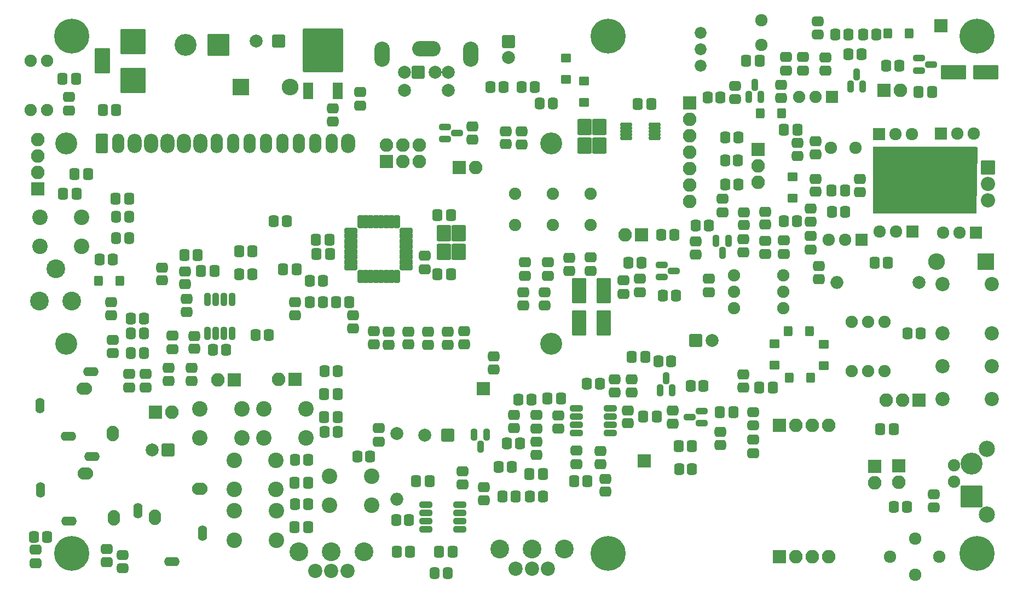
<source format=gbr>
%TF.GenerationSoftware,KiCad,Pcbnew,(6.0.11)*%
%TF.CreationDate,2023-06-06T23:57:56-05:00*%
%TF.ProjectId,RFBitBangSMT,52464269-7442-4616-9e67-534d542e6b69,rev?*%
%TF.SameCoordinates,Original*%
%TF.FileFunction,Soldermask,Top*%
%TF.FilePolarity,Negative*%
%FSLAX46Y46*%
G04 Gerber Fmt 4.6, Leading zero omitted, Abs format (unit mm)*
G04 Created by KiCad (PCBNEW (6.0.11)) date 2023-06-06 23:57:56*
%MOMM*%
%LPD*%
G01*
G04 APERTURE LIST*
G04 Aperture macros list*
%AMRoundRect*
0 Rectangle with rounded corners*
0 $1 Rounding radius*
0 $2 $3 $4 $5 $6 $7 $8 $9 X,Y pos of 4 corners*
0 Add a 4 corners polygon primitive as box body*
4,1,4,$2,$3,$4,$5,$6,$7,$8,$9,$2,$3,0*
0 Add four circle primitives for the rounded corners*
1,1,$1+$1,$2,$3*
1,1,$1+$1,$4,$5*
1,1,$1+$1,$6,$7*
1,1,$1+$1,$8,$9*
0 Add four rect primitives between the rounded corners*
20,1,$1+$1,$2,$3,$4,$5,0*
20,1,$1+$1,$4,$5,$6,$7,0*
20,1,$1+$1,$6,$7,$8,$9,0*
20,1,$1+$1,$8,$9,$2,$3,0*%
G04 Aperture macros list end*
%ADD10RoundRect,0.450000X-0.475000X0.337500X-0.475000X-0.337500X0.475000X-0.337500X0.475000X0.337500X0*%
%ADD11RoundRect,0.450000X0.337500X0.475000X-0.337500X0.475000X-0.337500X-0.475000X0.337500X-0.475000X0*%
%ADD12RoundRect,0.450000X-0.337500X-0.475000X0.337500X-0.475000X0.337500X0.475000X-0.337500X0.475000X0*%
%ADD13RoundRect,0.200000X-0.800000X0.800000X-0.800000X-0.800000X0.800000X-0.800000X0.800000X0.800000X0*%
%ADD14C,2.000000*%
%ADD15RoundRect,0.450000X0.475000X-0.337500X0.475000X0.337500X-0.475000X0.337500X-0.475000X-0.337500X0*%
%ADD16RoundRect,0.200000X0.800000X0.800000X-0.800000X0.800000X-0.800000X-0.800000X0.800000X-0.800000X0*%
%ADD17RoundRect,0.200000X-1.100000X-1.100000X1.100000X-1.100000X1.100000X1.100000X-1.100000X1.100000X0*%
%ADD18O,2.600000X2.600000*%
%ADD19RoundRect,0.200000X-0.450000X-0.600000X0.450000X-0.600000X0.450000X0.600000X-0.450000X0.600000X0*%
%ADD20RoundRect,0.450000X-0.325000X-0.450000X0.325000X-0.450000X0.325000X0.450000X-0.325000X0.450000X0*%
%ADD21RoundRect,0.200000X-0.900000X1.750000X-0.900000X-1.750000X0.900000X-1.750000X0.900000X1.750000X0*%
%ADD22RoundRect,0.200000X1.500000X1.500000X-1.500000X1.500000X-1.500000X-1.500000X1.500000X-1.500000X0*%
%ADD23C,3.400000*%
%ADD24RoundRect,0.200000X-1.750000X1.750000X-1.750000X-1.750000X1.750000X-1.750000X1.750000X1.750000X0*%
%ADD25RoundRect,0.200000X-1.000000X1.750000X-1.000000X-1.750000X1.000000X-1.750000X1.000000X1.750000X0*%
%ADD26RoundRect,0.200000X0.850000X0.850000X-0.850000X0.850000X-0.850000X-0.850000X0.850000X-0.850000X0*%
%ADD27O,2.100000X2.100000*%
%ADD28RoundRect,0.450000X-0.450000X0.325000X-0.450000X-0.325000X0.450000X-0.325000X0.450000X0.325000X0*%
%ADD29RoundRect,0.350000X0.587500X0.150000X-0.587500X0.150000X-0.587500X-0.150000X0.587500X-0.150000X0*%
%ADD30RoundRect,0.350000X-0.587500X-0.150000X0.587500X-0.150000X0.587500X0.150000X-0.587500X0.150000X0*%
%ADD31RoundRect,0.200000X0.760000X-0.760000X0.760000X0.760000X-0.760000X0.760000X-0.760000X-0.760000X0*%
%ADD32C,1.920000*%
%ADD33RoundRect,0.350000X-0.150000X0.587500X-0.150000X-0.587500X0.150000X-0.587500X0.150000X0.587500X0*%
%ADD34C,2.400000*%
%ADD35RoundRect,0.200000X0.600000X-1.100000X0.600000X1.100000X-0.600000X1.100000X-0.600000X-1.100000X0*%
%ADD36RoundRect,0.200000X2.900000X-3.200000X2.900000X3.200000X-2.900000X3.200000X-2.900000X-3.200000X0*%
%ADD37RoundRect,0.200000X-0.900000X1.050000X-0.900000X-1.050000X0.900000X-1.050000X0.900000X1.050000X0*%
%ADD38C,1.900000*%
%ADD39RoundRect,0.200000X0.800000X0.275000X-0.800000X0.275000X-0.800000X-0.275000X0.800000X-0.275000X0*%
%ADD40RoundRect,0.200000X-0.275000X0.800000X-0.275000X-0.800000X0.275000X-0.800000X0.275000X0.800000X0*%
%ADD41RoundRect,0.200000X0.850000X-0.850000X0.850000X0.850000X-0.850000X0.850000X-0.850000X-0.850000X0*%
%ADD42RoundRect,0.350000X0.675000X0.150000X-0.675000X0.150000X-0.675000X-0.150000X0.675000X-0.150000X0*%
%ADD43RoundRect,0.200000X-0.760000X0.760000X-0.760000X-0.760000X0.760000X-0.760000X0.760000X0.760000X0*%
%ADD44C,2.900000*%
%ADD45RoundRect,0.450000X-0.350000X-0.450000X0.350000X-0.450000X0.350000X0.450000X-0.350000X0.450000X0*%
%ADD46RoundRect,0.450000X0.450000X-0.350000X0.450000X0.350000X-0.450000X0.350000X-0.450000X-0.350000X0*%
%ADD47RoundRect,0.450000X-0.450000X0.350000X-0.450000X-0.350000X0.450000X-0.350000X0.450000X0.350000X0*%
%ADD48RoundRect,0.450000X0.350000X0.450000X-0.350000X0.450000X-0.350000X-0.450000X0.350000X-0.450000X0*%
%ADD49RoundRect,0.200000X-0.850000X-0.850000X0.850000X-0.850000X0.850000X0.850000X-0.850000X0.850000X0*%
%ADD50RoundRect,0.200000X0.600000X-0.450000X0.600000X0.450000X-0.600000X0.450000X-0.600000X-0.450000X0*%
%ADD51RoundRect,0.200000X-0.700000X-0.150000X0.700000X-0.150000X0.700000X0.150000X-0.700000X0.150000X0*%
%ADD52RoundRect,0.200000X0.900000X-1.050000X0.900000X1.050000X-0.900000X1.050000X-0.900000X-1.050000X0*%
%ADD53C,2.500000*%
%ADD54RoundRect,0.200000X1.500000X-1.500000X1.500000X1.500000X-1.500000X1.500000X-1.500000X-1.500000X0*%
%ADD55C,2.200000*%
%ADD56RoundRect,0.200000X-0.600000X0.450000X-0.600000X-0.450000X0.600000X-0.450000X0.600000X0.450000X0*%
%ADD57RoundRect,0.200000X0.450000X0.600000X-0.450000X0.600000X-0.450000X-0.600000X0.450000X-0.600000X0*%
%ADD58RoundRect,0.350000X0.150000X-0.587500X0.150000X0.587500X-0.150000X0.587500X-0.150000X-0.587500X0*%
%ADD59RoundRect,0.200000X-0.800000X-0.800000X0.800000X-0.800000X0.800000X0.800000X-0.800000X0.800000X0*%
%ADD60C,1.924000*%
%ADD61RoundRect,0.200000X-0.850000X0.850000X-0.850000X-0.850000X0.850000X-0.850000X0.850000X0.850000X0*%
%ADD62O,2.400000X3.900000*%
%ADD63O,4.400000X2.400000*%
%ADD64C,3.448000*%
%ADD65RoundRect,0.450000X0.450000X-0.325000X0.450000X0.325000X-0.450000X0.325000X-0.450000X-0.325000X0*%
%ADD66C,1.840000*%
%ADD67C,5.400000*%
%ADD68RoundRect,0.200000X1.100000X1.100000X-1.100000X1.100000X-1.100000X-1.100000X1.100000X-1.100000X0*%
%ADD69O,2.000000X2.000000*%
%ADD70RoundRect,0.200000X-0.900000X0.900000X-0.900000X-0.900000X0.900000X-0.900000X0.900000X0.900000X0*%
%ADD71O,2.200000X2.200000*%
%ADD72RoundRect,0.200000X-1.750000X-0.900000X1.750000X-0.900000X1.750000X0.900000X-1.750000X0.900000X0*%
%ADD73O,1.400000X2.400000*%
%ADD74O,2.400000X1.400000*%
%ADD75O,2.400000X1.900000*%
%ADD76O,1.900000X2.400000*%
%ADD77RoundRect,0.350000X0.150000X-0.675000X0.150000X0.675000X-0.150000X0.675000X-0.150000X-0.675000X0*%
%ADD78RoundRect,0.450000X0.325000X0.450000X-0.325000X0.450000X-0.325000X-0.450000X0.325000X-0.450000X0*%
%ADD79RoundRect,0.200000X0.750000X0.750000X-0.750000X0.750000X-0.750000X-0.750000X0.750000X-0.750000X0*%
%ADD80RoundRect,0.200000X-0.750000X-1.300000X0.750000X-1.300000X0.750000X1.300000X-0.750000X1.300000X0*%
%ADD81O,1.900000X3.000000*%
%ADD82O,2.200000X3.000000*%
G04 APERTURE END LIST*
D10*
%TO.C,C1*%
X100076000Y-94445000D03*
X100076000Y-96520000D03*
%TD*%
D11*
%TO.C,C2*%
X48027500Y-81788000D03*
X45952500Y-81788000D03*
%TD*%
D12*
%TO.C,C4*%
X52302500Y-85598000D03*
X54377500Y-85598000D03*
%TD*%
%TO.C,C5*%
X44174500Y-84836000D03*
X46249500Y-84836000D03*
%TD*%
D13*
%TO.C,C6*%
X113030000Y-61297500D03*
D14*
X113030000Y-63797500D03*
%TD*%
D12*
%TO.C,C8*%
X102086500Y-97282000D03*
X104161500Y-97282000D03*
%TD*%
%TO.C,C9*%
X102065000Y-88138000D03*
X104140000Y-88138000D03*
%TD*%
D11*
%TO.C,C10*%
X82063500Y-129540000D03*
X79988500Y-129540000D03*
%TD*%
%TO.C,C11*%
X82063500Y-136398000D03*
X79988500Y-136398000D03*
%TD*%
D15*
%TO.C,C12*%
X119126000Y-97557500D03*
X119126000Y-95482500D03*
%TD*%
%TO.C,C13*%
X115570000Y-97536000D03*
X115570000Y-95461000D03*
%TD*%
D11*
%TO.C,C15*%
X97850000Y-140230000D03*
X95775000Y-140230000D03*
%TD*%
%TO.C,C16*%
X86614000Y-115824000D03*
X84539000Y-115824000D03*
%TD*%
%TO.C,C17*%
X86635500Y-119380000D03*
X84560500Y-119380000D03*
%TD*%
D16*
%TO.C,C19*%
X60420000Y-124440000D03*
D14*
X57920000Y-124440000D03*
%TD*%
D15*
%TO.C,C20*%
X159766000Y-93493500D03*
X159766000Y-91418500D03*
%TD*%
%TO.C,C21*%
X130810000Y-100351500D03*
X130810000Y-98276500D03*
%TD*%
D10*
%TO.C,C22*%
X133350000Y-98022500D03*
X133350000Y-100097500D03*
%TD*%
%TO.C,C25*%
X123550000Y-124602500D03*
X123550000Y-126677500D03*
%TD*%
D11*
%TO.C,C33*%
X80285500Y-96520000D03*
X78210500Y-96520000D03*
%TD*%
%TO.C,C34*%
X114170000Y-131690000D03*
X112095000Y-131690000D03*
%TD*%
D10*
%TO.C,C35*%
X117370000Y-119080000D03*
X117370000Y-121155000D03*
%TD*%
D17*
%TO.C,D1*%
X71650000Y-68330000D03*
D18*
X79270000Y-68330000D03*
%TD*%
D19*
%TO.C,D2*%
X49658000Y-98298000D03*
X52958000Y-98298000D03*
%TD*%
D20*
%TO.C,D3*%
X101582000Y-143510000D03*
X103632000Y-143510000D03*
%TD*%
D21*
%TO.C,D4*%
X127762000Y-99862000D03*
X127762000Y-104862000D03*
%TD*%
%TO.C,D5*%
X123952000Y-99862000D03*
X123952000Y-104862000D03*
%TD*%
D22*
%TO.C,J1*%
X68195000Y-61835000D03*
D23*
X63115000Y-61835000D03*
%TD*%
D24*
%TO.C,J2*%
X54955000Y-67305000D03*
X54955000Y-61305000D03*
D25*
X50255000Y-64305000D03*
%TD*%
D26*
%TO.C,J5*%
X40220000Y-84090000D03*
D27*
X40220000Y-81550000D03*
X40220000Y-79010000D03*
X40220000Y-76470000D03*
%TD*%
D20*
%TO.C,L1*%
X52306000Y-88392000D03*
X54356000Y-88392000D03*
%TD*%
%TO.C,L2*%
X52315000Y-91694000D03*
X54365000Y-91694000D03*
%TD*%
D28*
%TO.C,L3*%
X118618000Y-100067000D03*
X118618000Y-102117000D03*
%TD*%
D20*
%TO.C,L9*%
X117856000Y-70866000D03*
X119906000Y-70866000D03*
%TD*%
D29*
%TO.C,Q1*%
X142923500Y-120330000D03*
X142923500Y-118430000D03*
X141048500Y-119380000D03*
%TD*%
D30*
%TO.C,Q2*%
X136730500Y-95824000D03*
X136730500Y-97724000D03*
X138605500Y-96774000D03*
%TD*%
D31*
%TO.C,Q3*%
X170350000Y-75630000D03*
D32*
X172890000Y-75630000D03*
X175430000Y-75630000D03*
%TD*%
D33*
%TO.C,Q4*%
X109650000Y-122122500D03*
X107750000Y-122122500D03*
X108700000Y-123997500D03*
%TD*%
D34*
%TO.C,SW1*%
X40550000Y-93020000D03*
X47050000Y-93020000D03*
X40550000Y-88520000D03*
X47050000Y-88520000D03*
%TD*%
%TO.C,SW2*%
X77100000Y-126080000D03*
X70600000Y-126080000D03*
X77100000Y-130580000D03*
X70600000Y-130580000D03*
%TD*%
%TO.C,SW3*%
X71778000Y-118110000D03*
X65278000Y-118110000D03*
X65278000Y-122610000D03*
X71778000Y-122610000D03*
%TD*%
%TO.C,SW4*%
X75184000Y-118110000D03*
X81684000Y-118110000D03*
X81684000Y-122610000D03*
X75184000Y-122610000D03*
%TD*%
%TO.C,SW5*%
X77130000Y-133910000D03*
X70630000Y-133910000D03*
X77130000Y-138410000D03*
X70630000Y-138410000D03*
%TD*%
D35*
%TO.C,U2*%
X82048000Y-68935000D03*
D36*
X84328000Y-62635000D03*
D35*
X86608000Y-68935000D03*
%TD*%
D37*
%TO.C,Y1*%
X103050000Y-90930000D03*
X103050000Y-93830000D03*
X105350000Y-93830000D03*
X105350000Y-90930000D03*
%TD*%
D38*
%TO.C,Y2*%
X125730000Y-84836000D03*
X125730000Y-89716000D03*
%TD*%
D39*
%TO.C,U1*%
X97208000Y-96204000D03*
X97208000Y-95404000D03*
X97208000Y-94604000D03*
X97208000Y-93804000D03*
X97208000Y-93004000D03*
X97208000Y-92204000D03*
X97208000Y-91404000D03*
X97208000Y-90604000D03*
D40*
X95758000Y-89154000D03*
X94958000Y-89154000D03*
X94158000Y-89154000D03*
X93358000Y-89154000D03*
X92558000Y-89154000D03*
X91758000Y-89154000D03*
X90958000Y-89154000D03*
X90158000Y-89154000D03*
D39*
X88708000Y-90604000D03*
X88708000Y-91404000D03*
X88708000Y-92204000D03*
X88708000Y-93004000D03*
X88708000Y-93804000D03*
X88708000Y-94604000D03*
X88708000Y-95404000D03*
X88708000Y-96204000D03*
D40*
X90158000Y-97654000D03*
X90958000Y-97654000D03*
X91758000Y-97654000D03*
X92558000Y-97654000D03*
X93358000Y-97654000D03*
X94158000Y-97654000D03*
X94958000Y-97654000D03*
X95758000Y-97654000D03*
%TD*%
D41*
%TO.C,J9*%
X94130000Y-79900000D03*
D27*
X94130000Y-77360000D03*
X96670000Y-79900000D03*
X96670000Y-77360000D03*
X99210000Y-79900000D03*
X99210000Y-77360000D03*
%TD*%
D15*
%TO.C,C37*%
X105918000Y-129837000D03*
X105918000Y-127762000D03*
%TD*%
D42*
%TO.C,U3*%
X105495000Y-136779000D03*
X105495000Y-135509000D03*
X105495000Y-134239000D03*
X105495000Y-132969000D03*
X100245000Y-132969000D03*
X100245000Y-134239000D03*
X100245000Y-135509000D03*
X100245000Y-136779000D03*
%TD*%
%TO.C,U4*%
X128825000Y-121885000D03*
X128825000Y-120615000D03*
X128825000Y-119345000D03*
X128825000Y-118075000D03*
X123575000Y-118075000D03*
X123575000Y-119345000D03*
X123575000Y-120615000D03*
X123575000Y-121885000D03*
%TD*%
D43*
%TO.C,Q5*%
X185340000Y-90830000D03*
D32*
X182800000Y-90830000D03*
X180260000Y-90830000D03*
%TD*%
D43*
%TO.C,Q6*%
X175560000Y-90680000D03*
D32*
X173020000Y-90680000D03*
X170480000Y-90680000D03*
%TD*%
D31*
%TO.C,Q7*%
X179960000Y-75520000D03*
D32*
X182500000Y-75520000D03*
X185040000Y-75520000D03*
%TD*%
D10*
%TO.C,C14*%
X162090000Y-63752500D03*
X162090000Y-65827500D03*
%TD*%
D44*
%TO.C,RV3*%
X40520000Y-101455000D03*
X43020000Y-96415000D03*
X45520000Y-101455000D03*
%TD*%
D11*
%TO.C,C42*%
X52387500Y-71930000D03*
X50312500Y-71930000D03*
%TD*%
D41*
%TO.C,JP3*%
X105410000Y-80772000D03*
D27*
X107950000Y-80772000D03*
%TD*%
D45*
%TO.C,R1*%
X49800000Y-94996000D03*
X51800000Y-94996000D03*
%TD*%
D46*
%TO.C,R2*%
X85852000Y-73660000D03*
X85852000Y-71660000D03*
%TD*%
%TO.C,R3*%
X100584000Y-108188000D03*
X100584000Y-106188000D03*
%TD*%
D47*
%TO.C,R4*%
X127260000Y-124690000D03*
X127260000Y-126690000D03*
%TD*%
D45*
%TO.C,R6*%
X80026000Y-125984000D03*
X82026000Y-125984000D03*
%TD*%
D46*
%TO.C,R7*%
X115316000Y-102092000D03*
X115316000Y-100092000D03*
%TD*%
D45*
%TO.C,R8*%
X165624000Y-63246000D03*
X167624000Y-63246000D03*
%TD*%
D46*
%TO.C,R9*%
X122428000Y-96758000D03*
X122428000Y-94758000D03*
%TD*%
D45*
%TO.C,R11*%
X95670000Y-135360000D03*
X97670000Y-135360000D03*
%TD*%
%TO.C,R12*%
X84598000Y-112268000D03*
X86598000Y-112268000D03*
%TD*%
%TO.C,R13*%
X84598000Y-121666000D03*
X86598000Y-121666000D03*
%TD*%
D47*
%TO.C,R14*%
X155194000Y-68002400D03*
X155194000Y-70002400D03*
%TD*%
D48*
%TO.C,R15*%
X138668000Y-91186000D03*
X136668000Y-91186000D03*
%TD*%
D45*
%TO.C,R16*%
X131604000Y-95504000D03*
X133604000Y-95504000D03*
%TD*%
D48*
%TO.C,R17*%
X138938000Y-100584000D03*
X136938000Y-100584000D03*
%TD*%
D46*
%TO.C,R18*%
X129510000Y-115560000D03*
X129510000Y-113560000D03*
%TD*%
%TO.C,R19*%
X132140000Y-115600000D03*
X132140000Y-113600000D03*
%TD*%
D48*
%TO.C,R20*%
X157667200Y-89128600D03*
X155667200Y-89128600D03*
%TD*%
D47*
%TO.C,R21*%
X149352000Y-112808000D03*
X149352000Y-114808000D03*
%TD*%
D46*
%TO.C,R23*%
X113910000Y-121100000D03*
X113910000Y-119100000D03*
%TD*%
D48*
%TO.C,R26*%
X116610000Y-116690000D03*
X114610000Y-116690000D03*
%TD*%
D45*
%TO.C,R27*%
X112790000Y-123430000D03*
X114790000Y-123430000D03*
%TD*%
D46*
%TO.C,R29*%
X97536000Y-108170000D03*
X97536000Y-106170000D03*
%TD*%
%TO.C,R30*%
X94488000Y-108188000D03*
X94488000Y-106188000D03*
%TD*%
%TO.C,R31*%
X109220000Y-132270000D03*
X109220000Y-130270000D03*
%TD*%
D48*
%TO.C,R32*%
X113540000Y-127120000D03*
X111540000Y-127120000D03*
%TD*%
D45*
%TO.C,R33*%
X80026000Y-132842000D03*
X82026000Y-132842000D03*
%TD*%
D48*
%TO.C,R34*%
X118390000Y-131690000D03*
X116390000Y-131690000D03*
%TD*%
D46*
%TO.C,R36*%
X117348000Y-125222000D03*
X117348000Y-123222000D03*
%TD*%
%TO.C,R37*%
X128010000Y-130950000D03*
X128010000Y-128950000D03*
%TD*%
%TO.C,R46*%
X106172000Y-108150000D03*
X106172000Y-106150000D03*
%TD*%
%TO.C,R47*%
X103632000Y-108188000D03*
X103632000Y-106188000D03*
%TD*%
D47*
%TO.C,R24*%
X110744000Y-110014000D03*
X110744000Y-112014000D03*
%TD*%
D15*
%TO.C,C44*%
X45060000Y-71987500D03*
X45060000Y-69912500D03*
%TD*%
D49*
%TO.C,JP4*%
X169660000Y-126990000D03*
D27*
X169660000Y-129530000D03*
%TD*%
D11*
%TO.C,C47*%
X135128000Y-70930000D03*
X133053000Y-70930000D03*
%TD*%
D50*
%TO.C,D10*%
X121958000Y-67182000D03*
X121958000Y-63882000D03*
%TD*%
%TO.C,D14*%
X124768000Y-70688000D03*
X124768000Y-67388000D03*
%TD*%
D49*
%TO.C,JP5*%
X151670000Y-77990000D03*
D27*
X151670000Y-80530000D03*
X151670000Y-83070000D03*
%TD*%
D46*
%TO.C,R35*%
X115062000Y-77200000D03*
X115062000Y-75200000D03*
%TD*%
%TO.C,R48*%
X112650000Y-77180000D03*
X112650000Y-75180000D03*
%TD*%
D45*
%TO.C,R49*%
X146580000Y-76150000D03*
X148580000Y-76150000D03*
%TD*%
%TO.C,R50*%
X146570000Y-79710000D03*
X148570000Y-79710000D03*
%TD*%
D51*
%TO.C,U6*%
X131220000Y-74180000D03*
X131220000Y-74680000D03*
X131220000Y-75180000D03*
X131220000Y-75680000D03*
X131220000Y-76180000D03*
X135620000Y-76180000D03*
X135620000Y-75680000D03*
X135620000Y-75180000D03*
X135620000Y-74680000D03*
X135620000Y-74180000D03*
%TD*%
D52*
%TO.C,Y3*%
X127134000Y-77396000D03*
X127134000Y-74496000D03*
X124834000Y-74496000D03*
X124834000Y-77396000D03*
%TD*%
D53*
%TO.C,J12*%
X187025000Y-134505000D03*
X187025000Y-124345000D03*
D38*
X181945000Y-129425000D03*
D54*
X184673000Y-131711000D03*
D38*
X181945000Y-126885000D03*
D23*
X184673000Y-126631000D03*
%TD*%
D55*
%TO.C,RLY1*%
X187775000Y-98845000D03*
X187775000Y-106465000D03*
X187775000Y-111545000D03*
X187775000Y-116625000D03*
X180175000Y-98845000D03*
X180175000Y-106465000D03*
X180175000Y-111545000D03*
X180175000Y-116625000D03*
%TD*%
D15*
%TO.C,C30*%
X144070000Y-100077500D03*
X144070000Y-98002500D03*
%TD*%
D56*
%TO.C,D9*%
X161852000Y-108124000D03*
X161852000Y-111424000D03*
%TD*%
D19*
%TO.C,D11*%
X156320000Y-106120000D03*
X159620000Y-106120000D03*
%TD*%
D57*
%TO.C,D12*%
X159766000Y-113284000D03*
X156466000Y-113284000D03*
%TD*%
D50*
%TO.C,D13*%
X154178000Y-111378000D03*
X154178000Y-108078000D03*
%TD*%
D46*
%TO.C,R5*%
X141990000Y-94240000D03*
X141990000Y-92240000D03*
%TD*%
D47*
%TO.C,R22*%
X145796000Y-121682000D03*
X145796000Y-123682000D03*
%TD*%
D48*
%TO.C,R25*%
X176768000Y-106426000D03*
X174768000Y-106426000D03*
%TD*%
D58*
%TO.C,Q8*%
X165928000Y-68247500D03*
X167828000Y-68247500D03*
X166878000Y-66372500D03*
%TD*%
D45*
%TO.C,R38*%
X167910000Y-60198000D03*
X169910000Y-60198000D03*
%TD*%
D48*
%TO.C,R39*%
X173466000Y-65024000D03*
X171466000Y-65024000D03*
%TD*%
D41*
%TO.C,JP1*%
X171151000Y-68834000D03*
D27*
X173691000Y-68834000D03*
%TD*%
D11*
%TO.C,C39*%
X125265000Y-129286000D03*
X123190000Y-129286000D03*
%TD*%
D59*
%TO.C,C40*%
X142020000Y-107560000D03*
D14*
X144520000Y-107560000D03*
%TD*%
D49*
%TO.C,JP2*%
X173430000Y-126910000D03*
D27*
X173430000Y-129450000D03*
%TD*%
D60*
%TO.C,T3*%
X172085000Y-140970000D03*
X179705000Y-140970000D03*
X175958500Y-143764000D03*
X175958500Y-138176000D03*
%TD*%
D28*
%TO.C,D16*%
X178850000Y-131360000D03*
X178850000Y-133410000D03*
%TD*%
D48*
%TO.C,R28*%
X174660000Y-133250000D03*
X172660000Y-133250000D03*
%TD*%
D56*
%TO.C,D17*%
X156972000Y-82271600D03*
X156972000Y-85571600D03*
%TD*%
D43*
%TO.C,Q9*%
X167640000Y-91948000D03*
D32*
X165100000Y-91948000D03*
X162560000Y-91948000D03*
%TD*%
D12*
%TO.C,C46*%
X149838500Y-64262000D03*
X151913500Y-64262000D03*
%TD*%
D48*
%TO.C,R51*%
X165084000Y-87630000D03*
X163084000Y-87630000D03*
%TD*%
D47*
%TO.C,R52*%
X159766000Y-87138000D03*
X159766000Y-89138000D03*
%TD*%
D15*
%TO.C,C24*%
X155956000Y-65807500D03*
X155956000Y-63732500D03*
%TD*%
D46*
%TO.C,R53*%
X160528000Y-78724000D03*
X160528000Y-76724000D03*
%TD*%
D11*
%TO.C,C49*%
X147849500Y-118618000D03*
X145774500Y-118618000D03*
%TD*%
%TO.C,C50*%
X141450000Y-123870000D03*
X139375000Y-123870000D03*
%TD*%
D15*
%TO.C,C51*%
X152750000Y-94205000D03*
X152750000Y-92130000D03*
%TD*%
D11*
%TO.C,C52*%
X134187500Y-110060000D03*
X132112500Y-110060000D03*
%TD*%
%TO.C,C54*%
X135987500Y-119330000D03*
X133912500Y-119330000D03*
%TD*%
D10*
%TO.C,C55*%
X146120000Y-85632500D03*
X146120000Y-87707500D03*
%TD*%
D15*
%TO.C,C56*%
X155651200Y-94157800D03*
X155651200Y-92082800D03*
%TD*%
D61*
%TO.C,JP7*%
X176560000Y-116780000D03*
D27*
X174020000Y-116780000D03*
X171480000Y-116780000D03*
%TD*%
D28*
%TO.C,L5*%
X150876000Y-118609000D03*
X150876000Y-120659000D03*
%TD*%
D33*
%TO.C,Q10*%
X147070000Y-92142500D03*
X145170000Y-92142500D03*
X146120000Y-94017500D03*
%TD*%
D58*
%TO.C,Q11*%
X136464000Y-115237500D03*
X138364000Y-115237500D03*
X137414000Y-113362500D03*
%TD*%
%TO.C,Q12*%
X150180000Y-69907500D03*
X152080000Y-69907500D03*
X151130000Y-68032500D03*
%TD*%
D30*
%TO.C,Q13*%
X176572500Y-63900000D03*
X176572500Y-65800000D03*
X178447500Y-64850000D03*
%TD*%
D47*
%TO.C,R54*%
X152750000Y-87640000D03*
X152750000Y-89640000D03*
%TD*%
D46*
%TO.C,R55*%
X149500000Y-89700000D03*
X149500000Y-87700000D03*
%TD*%
D47*
%TO.C,R56*%
X149360000Y-91900000D03*
X149360000Y-93900000D03*
%TD*%
D45*
%TO.C,R57*%
X141224000Y-114554000D03*
X143224000Y-114554000D03*
%TD*%
D48*
%TO.C,R58*%
X141430000Y-127470000D03*
X139430000Y-127470000D03*
%TD*%
%TO.C,R59*%
X144010000Y-89780000D03*
X142010000Y-89780000D03*
%TD*%
D47*
%TO.C,R60*%
X138430000Y-118380000D03*
X138430000Y-120380000D03*
%TD*%
D48*
%TO.C,R61*%
X138240000Y-110800000D03*
X136240000Y-110800000D03*
%TD*%
D45*
%TO.C,R62*%
X125190000Y-114260000D03*
X127190000Y-114260000D03*
%TD*%
D46*
%TO.C,R63*%
X131520000Y-120370000D03*
X131520000Y-118370000D03*
%TD*%
D48*
%TO.C,R65*%
X145830000Y-69920000D03*
X143830000Y-69920000D03*
%TD*%
D47*
%TO.C,R66*%
X161036000Y-96028000D03*
X161036000Y-98028000D03*
%TD*%
D46*
%TO.C,R67*%
X160528000Y-84550000D03*
X160528000Y-82550000D03*
%TD*%
D48*
%TO.C,R68*%
X148580000Y-83400000D03*
X146580000Y-83400000D03*
%TD*%
D38*
%TO.C,Y4*%
X119888000Y-84836000D03*
X119888000Y-89716000D03*
%TD*%
D16*
%TO.C,P1*%
X99075000Y-66075000D03*
D14*
X101675000Y-66075000D03*
X96975000Y-66075000D03*
X103775000Y-66075000D03*
X96975000Y-68875000D03*
X103775000Y-68875000D03*
D62*
X93525000Y-63225000D03*
X107225000Y-63225000D03*
D63*
X100375000Y-62425000D03*
%TD*%
D45*
%TO.C,R64*%
X110268000Y-68326000D03*
X112268000Y-68326000D03*
%TD*%
D48*
%TO.C,R70*%
X117078000Y-68326000D03*
X115078000Y-68326000D03*
%TD*%
D10*
%TO.C,C43*%
X150876000Y-122914500D03*
X150876000Y-124989500D03*
%TD*%
D64*
%TO.C,J13*%
X177600000Y-83200000D03*
%TD*%
D65*
%TO.C,D19*%
X160880000Y-60207000D03*
X160880000Y-58157000D03*
%TD*%
D48*
%TO.C,R71*%
X165640000Y-60198000D03*
X163640000Y-60198000D03*
%TD*%
D12*
%TO.C,C32*%
X169692500Y-95504000D03*
X171767500Y-95504000D03*
%TD*%
D30*
%TO.C,Q14*%
X103202500Y-74530000D03*
X103202500Y-76430000D03*
X105077500Y-75480000D03*
%TD*%
D47*
%TO.C,R72*%
X107442000Y-74438000D03*
X107442000Y-76438000D03*
%TD*%
D11*
%TO.C,C38*%
X157755500Y-74930000D03*
X155680500Y-74930000D03*
%TD*%
D47*
%TO.C,R73*%
X157734000Y-76978000D03*
X157734000Y-78978000D03*
%TD*%
D66*
%TO.C,RV4*%
X142790000Y-59940000D03*
X142790000Y-62480000D03*
X142790000Y-65020000D03*
%TD*%
D47*
%TO.C,R74*%
X167386000Y-82566000D03*
X167386000Y-84566000D03*
%TD*%
D65*
%TO.C,L11*%
X148082000Y-70225000D03*
X148082000Y-68175000D03*
%TD*%
D67*
%TO.C,J3*%
X45500000Y-60500000D03*
%TD*%
%TO.C,J4*%
X185500000Y-60500000D03*
%TD*%
%TO.C,J6*%
X185500000Y-140500000D03*
%TD*%
%TO.C,J7*%
X45500000Y-140500000D03*
%TD*%
D12*
%TO.C,C41*%
X98784500Y-129286000D03*
X100859500Y-129286000D03*
%TD*%
D11*
%TO.C,C58*%
X46127500Y-67100000D03*
X44052500Y-67100000D03*
%TD*%
D38*
%TO.C,T4*%
X41656000Y-64262000D03*
X41656000Y-71882000D03*
X39116000Y-64262000D03*
X39116000Y-71882000D03*
%TD*%
%TO.C,Y5*%
X114046000Y-84836000D03*
X114046000Y-89716000D03*
%TD*%
D12*
%TO.C,C27*%
X151849000Y-114808000D03*
X153924000Y-114808000D03*
%TD*%
D68*
%TO.C,D6*%
X186880000Y-95330000D03*
D18*
X179260000Y-95330000D03*
%TD*%
D11*
%TO.C,C59*%
X85360000Y-91940000D03*
X83285000Y-91940000D03*
%TD*%
D47*
%TO.C,R76*%
X64450000Y-106840000D03*
X64450000Y-108840000D03*
%TD*%
D14*
%TO.C,R41*%
X176530000Y-98552000D03*
D69*
X163830000Y-98552000D03*
%TD*%
D12*
%TO.C,C7*%
X86362500Y-101660000D03*
X88437500Y-101660000D03*
%TD*%
D14*
%TO.C,L10*%
X95758000Y-121920000D03*
D69*
X95758000Y-132080000D03*
%TD*%
D49*
%TO.C,J14*%
X109190000Y-114970000D03*
%TD*%
%TO.C,J15*%
X134080000Y-126160000D03*
%TD*%
%TO.C,J16*%
X179900000Y-58900000D03*
%TD*%
D16*
%TO.C,C3*%
X77530000Y-61230000D03*
D14*
X74030000Y-61230000D03*
%TD*%
D60*
%TO.C,L4*%
X152146000Y-58039000D03*
X152146000Y-61849000D03*
%TD*%
%TO.C,L6*%
X162941000Y-77724000D03*
X166751000Y-77724000D03*
%TD*%
D38*
%TO.C,T1*%
X155560000Y-97500000D03*
X147940000Y-97500000D03*
X155560000Y-100040000D03*
X147940000Y-100040000D03*
X155560000Y-102580000D03*
X147940000Y-102580000D03*
%TD*%
%TO.C,T2*%
X171196000Y-112267997D03*
X171196000Y-104647997D03*
X168656000Y-112267997D03*
X168656000Y-104647997D03*
X166116000Y-112267997D03*
X166116000Y-104647997D03*
%TD*%
D70*
%TO.C,Q15*%
X187210000Y-80770000D03*
D71*
X187210000Y-83310000D03*
X187210000Y-85850000D03*
%TD*%
D11*
%TO.C,C57*%
X85447500Y-94130000D03*
X83372500Y-94130000D03*
%TD*%
%TO.C,C45*%
X121145000Y-116530000D03*
X119070000Y-116530000D03*
%TD*%
D12*
%TO.C,C18*%
X116312500Y-128190000D03*
X118387500Y-128190000D03*
%TD*%
%TO.C,C60*%
X102340500Y-140208000D03*
X104415500Y-140208000D03*
%TD*%
D47*
%TO.C,R10*%
X92240000Y-106140000D03*
X92240000Y-108140000D03*
%TD*%
D61*
%TO.C,JP8*%
X133609000Y-91186000D03*
D27*
X131069000Y-91186000D03*
%TD*%
D67*
%TO.C,J20*%
X128500000Y-60500000D03*
%TD*%
%TO.C,J21*%
X128500000Y-140500000D03*
%TD*%
D19*
%TO.C,D15*%
X171740000Y-60010000D03*
X175040000Y-60010000D03*
%TD*%
%TO.C,D18*%
X152020000Y-72390000D03*
X155320000Y-72390000D03*
%TD*%
D55*
%TO.C,RV1*%
X88160000Y-143190000D03*
D44*
X90660000Y-140190000D03*
D55*
X85660000Y-143190000D03*
D44*
X85660000Y-140190000D03*
D55*
X83160000Y-143190000D03*
D44*
X80660000Y-140190000D03*
%TD*%
%TO.C,RV2*%
X121660000Y-139840000D03*
D55*
X119160000Y-142840000D03*
D44*
X116660000Y-139840000D03*
D55*
X116660000Y-142840000D03*
X114160000Y-142840000D03*
D44*
X111660000Y-139840000D03*
%TD*%
D10*
%TO.C,C48*%
X125730000Y-94720500D03*
X125730000Y-96795500D03*
%TD*%
D72*
%TO.C,D8*%
X181890000Y-66040000D03*
X186890000Y-66040000D03*
%TD*%
D49*
%TO.C,J10*%
X141110000Y-70780000D03*
D27*
X141110000Y-73320000D03*
X141110000Y-75860000D03*
X141110000Y-78400000D03*
X141110000Y-80940000D03*
X141110000Y-83480000D03*
X141110000Y-86020000D03*
%TD*%
D10*
%TO.C,C61*%
X92964000Y-121136500D03*
X92964000Y-123211500D03*
%TD*%
D46*
%TO.C,R40*%
X88990000Y-105690000D03*
X88990000Y-103690000D03*
%TD*%
D48*
%TO.C,R75*%
X91660000Y-125480000D03*
X89660000Y-125480000D03*
%TD*%
D34*
%TO.C,SW6*%
X85344000Y-128524000D03*
X91844000Y-128524000D03*
X91844000Y-133024000D03*
X85344000Y-133024000D03*
%TD*%
D16*
%TO.C,C53*%
X103632000Y-122174000D03*
D14*
X100132000Y-122174000D03*
%TD*%
D41*
%TO.C,J17*%
X154940000Y-120650000D03*
D27*
X157480000Y-120650000D03*
X160020000Y-120650000D03*
X162560000Y-120650000D03*
%TD*%
D41*
%TO.C,J18*%
X154940000Y-140970000D03*
D27*
X157480000Y-140970000D03*
X160020000Y-140970000D03*
X162560000Y-140970000D03*
%TD*%
D11*
%TO.C,C26*%
X172657500Y-121240000D03*
X170582500Y-121240000D03*
%TD*%
D12*
%TO.C,C23*%
X163046500Y-84328000D03*
X165121500Y-84328000D03*
%TD*%
D73*
%TO.C,J19*%
X40562000Y-117602000D03*
D74*
X48462000Y-112402000D03*
D75*
X47462000Y-115002000D03*
D74*
X44962000Y-122402000D03*
D76*
X51862000Y-121902000D03*
%TD*%
D15*
%TO.C,C36*%
X39878000Y-142007500D03*
X39878000Y-139932500D03*
%TD*%
D48*
%TO.C,R80*%
X56626000Y-104140000D03*
X54626000Y-104140000D03*
%TD*%
D77*
%TO.C,U5*%
X66525000Y-106465000D03*
X67795000Y-106465000D03*
X69065000Y-106465000D03*
X70335000Y-106465000D03*
X70335000Y-101215000D03*
X69065000Y-101215000D03*
X67795000Y-101215000D03*
X66525000Y-101215000D03*
%TD*%
D11*
%TO.C,C69*%
X73449000Y-93726000D03*
X71374000Y-93726000D03*
%TD*%
D10*
%TO.C,C67*%
X54356000Y-112754500D03*
X54356000Y-114829500D03*
%TD*%
D78*
%TO.C,L12*%
X56651000Y-109474000D03*
X54601000Y-109474000D03*
%TD*%
D79*
%TO.C,Q16*%
X163068000Y-69850000D03*
D38*
X160528000Y-69850000D03*
X157988000Y-69850000D03*
%TD*%
D45*
%TO.C,R42*%
X39656000Y-137922000D03*
X41656000Y-137922000D03*
%TD*%
D46*
%TO.C,R77*%
X59436000Y-98266000D03*
X59436000Y-96266000D03*
%TD*%
D47*
%TO.C,R69*%
X64008000Y-111776000D03*
X64008000Y-113776000D03*
%TD*%
D23*
%TO.C,DS1*%
X44620900Y-77070000D03*
X44620900Y-108070700D03*
X119620000Y-77070000D03*
X119619480Y-108070700D03*
D80*
X50120000Y-77070000D03*
D81*
X52660000Y-77070000D03*
D82*
X55200000Y-77070000D03*
X57740000Y-77070000D03*
X60280000Y-77070000D03*
X62820000Y-77070000D03*
X65360000Y-77070000D03*
D81*
X67900000Y-77070000D03*
X70440000Y-77070000D03*
X72980000Y-77070000D03*
X75520000Y-77070000D03*
X78060000Y-77070000D03*
X80600000Y-77070000D03*
X83140000Y-77070000D03*
X85680000Y-77070000D03*
D82*
X88220000Y-77070000D03*
%TD*%
D46*
%TO.C,R43*%
X60452000Y-113776000D03*
X60452000Y-111776000D03*
%TD*%
%TO.C,R44*%
X63020000Y-98840000D03*
X63020000Y-96840000D03*
%TD*%
D15*
%TO.C,C63*%
X56896000Y-114829500D03*
X56896000Y-112754500D03*
%TD*%
D41*
%TO.C,J22*%
X58420000Y-118618000D03*
D27*
X60960000Y-118618000D03*
%TD*%
D61*
%TO.C,JP9*%
X80010000Y-113538000D03*
D27*
X77470000Y-113538000D03*
%TD*%
D28*
%TO.C,L7*%
X53370000Y-140735000D03*
X53370000Y-142785000D03*
%TD*%
D11*
%TO.C,C65*%
X67585500Y-96774000D03*
X65510500Y-96774000D03*
%TD*%
D48*
%TO.C,R81*%
X84328000Y-98298000D03*
X82328000Y-98298000D03*
%TD*%
%TO.C,R84*%
X84312000Y-101600000D03*
X82312000Y-101600000D03*
%TD*%
D74*
%TO.C,J8*%
X60960000Y-141776000D03*
D73*
X55760000Y-133876000D03*
D76*
X58360000Y-134876000D03*
D73*
X65760000Y-137376000D03*
D75*
X65260000Y-130476000D03*
%TD*%
D10*
%TO.C,C68*%
X51840000Y-107442500D03*
X51840000Y-109517500D03*
%TD*%
D45*
%TO.C,R83*%
X71390000Y-97282000D03*
X73390000Y-97282000D03*
%TD*%
D10*
%TO.C,C62*%
X50880000Y-139792500D03*
X50880000Y-141867500D03*
%TD*%
D47*
%TO.C,R85*%
X80010000Y-101632000D03*
X80010000Y-103632000D03*
%TD*%
D15*
%TO.C,C70*%
X90070000Y-71187500D03*
X90070000Y-69112500D03*
%TD*%
D48*
%TO.C,R79*%
X75930000Y-106680000D03*
X73930000Y-106680000D03*
%TD*%
D10*
%TO.C,C29*%
X158570000Y-63732500D03*
X158570000Y-65807500D03*
%TD*%
D61*
%TO.C,JP6*%
X70670000Y-113670000D03*
D27*
X68130000Y-113670000D03*
%TD*%
D73*
%TO.C,J11*%
X40689000Y-130683000D03*
D74*
X48589000Y-125483000D03*
D75*
X47589000Y-128083000D03*
D74*
X45089000Y-135483000D03*
D76*
X51989000Y-134983000D03*
%TD*%
D15*
%TO.C,C66*%
X61060000Y-108897500D03*
X61060000Y-106822500D03*
%TD*%
D47*
%TO.C,R45*%
X63246000Y-101108000D03*
X63246000Y-103108000D03*
%TD*%
D12*
%TO.C,C31*%
X176508500Y-69088000D03*
X178583500Y-69088000D03*
%TD*%
D20*
%TO.C,L8*%
X54601000Y-106426000D03*
X56651000Y-106426000D03*
%TD*%
D47*
%TO.C,R82*%
X51562000Y-101616000D03*
X51562000Y-103616000D03*
%TD*%
D10*
%TO.C,C28*%
X120740000Y-119112500D03*
X120740000Y-121187500D03*
%TD*%
D45*
%TO.C,R78*%
X67326000Y-108966000D03*
X69326000Y-108966000D03*
%TD*%
D11*
%TO.C,C64*%
X64995000Y-94310000D03*
X62920000Y-94310000D03*
%TD*%
D45*
%TO.C,R86*%
X76760000Y-89070000D03*
X78760000Y-89070000D03*
%TD*%
G36*
X185539896Y-77620002D02*
G01*
X185586389Y-77673658D01*
X185597756Y-77728205D01*
X185422167Y-87760205D01*
X185400976Y-87827965D01*
X185346515Y-87873512D01*
X185296186Y-87884000D01*
X169526000Y-87884000D01*
X169457879Y-87863998D01*
X169411386Y-87810342D01*
X169400000Y-87758000D01*
X169400000Y-77726000D01*
X169420002Y-77657879D01*
X169473658Y-77611386D01*
X169526000Y-77600000D01*
X185471775Y-77600000D01*
X185539896Y-77620002D01*
G37*
M02*

</source>
